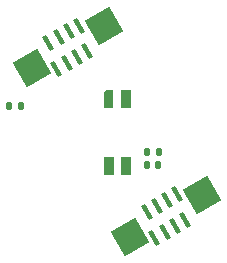
<source format=gbr>
%TF.GenerationSoftware,KiCad,Pcbnew,(6.0.6)*%
%TF.CreationDate,2022-07-10T21:38:46+02:00*%
%TF.ProjectId,GCode_Buttons_B3K-T13L,47436f64-655f-4427-9574-746f6e735f42,rev?*%
%TF.SameCoordinates,Original*%
%TF.FileFunction,Paste,Top*%
%TF.FilePolarity,Positive*%
%FSLAX46Y46*%
G04 Gerber Fmt 4.6, Leading zero omitted, Abs format (unit mm)*
G04 Created by KiCad (PCBNEW (6.0.6)) date 2022-07-10 21:38:46*
%MOMM*%
%LPD*%
G01*
G04 APERTURE LIST*
G04 Aperture macros list*
%AMRoundRect*
0 Rectangle with rounded corners*
0 $1 Rounding radius*
0 $2 $3 $4 $5 $6 $7 $8 $9 X,Y pos of 4 corners*
0 Add a 4 corners polygon primitive as box body*
4,1,4,$2,$3,$4,$5,$6,$7,$8,$9,$2,$3,0*
0 Add four circle primitives for the rounded corners*
1,1,$1+$1,$2,$3*
1,1,$1+$1,$4,$5*
1,1,$1+$1,$6,$7*
1,1,$1+$1,$8,$9*
0 Add four rect primitives between the rounded corners*
20,1,$1+$1,$2,$3,$4,$5,0*
20,1,$1+$1,$4,$5,$6,$7,0*
20,1,$1+$1,$6,$7,$8,$9,0*
20,1,$1+$1,$8,$9,$2,$3,0*%
%AMRotRect*
0 Rectangle, with rotation*
0 The origin of the aperture is its center*
0 $1 length*
0 $2 width*
0 $3 Rotation angle, in degrees counterclockwise*
0 Add horizontal line*
21,1,$1,$2,0,0,$3*%
%AMFreePoly0*
4,1,15,-0.149998,0.780000,0.350000,0.780000,0.353536,0.778536,0.355000,0.775000,0.355000,-0.795000,0.353536,-0.798536,0.350000,-0.800000,-0.450000,-0.800000,-0.453536,-0.798536,-0.455000,-0.795000,-0.455001,0.475000,-0.453536,0.478536,-0.153536,0.778536,-0.150000,0.780001,-0.149998,0.780000,-0.149998,0.780000,$1*%
G04 Aperture macros list end*
%ADD10RoundRect,0.082000X0.328000X0.718000X-0.328000X0.718000X-0.328000X-0.718000X0.328000X-0.718000X0*%
%ADD11FreePoly0,0.000000*%
%ADD12RoundRect,0.082000X-0.328000X-0.718000X0.328000X-0.718000X0.328000X0.718000X-0.328000X0.718000X0*%
%ADD13RoundRect,0.135000X0.135000X0.185000X-0.135000X0.185000X-0.135000X-0.185000X0.135000X-0.185000X0*%
%ADD14RoundRect,0.140000X-0.140000X-0.170000X0.140000X-0.170000X0.140000X0.170000X-0.140000X0.170000X0*%
%ADD15RotRect,0.400000X1.350000X30.000000*%
%ADD16RotRect,2.400000X2.400000X210.000000*%
G04 APERTURE END LIST*
D10*
%TO.C,D1*%
X100750000Y-102850000D03*
X99250000Y-102850000D03*
D11*
X99250000Y-97150000D03*
D12*
X100750000Y-97150000D03*
%TD*%
D13*
%TO.C,R1*%
X91810000Y-97800000D03*
X90790000Y-97800000D03*
%TD*%
%TO.C,R2*%
X103510000Y-101650000D03*
X102490000Y-101650000D03*
%TD*%
D14*
%TO.C,C1*%
X102520000Y-102750000D03*
X103480000Y-102750000D03*
%TD*%
D15*
%TO.C,J1*%
X94834456Y-94627628D03*
X94167468Y-92472372D03*
X95700481Y-94127628D03*
X95033494Y-91972372D03*
X96566506Y-93627628D03*
X95899519Y-91472372D03*
X97432532Y-93127628D03*
X96765544Y-90972372D03*
D16*
X98831089Y-91050000D03*
X92768911Y-94550000D03*
%TD*%
D15*
%TO.C,J2*%
X103134456Y-108927628D03*
X102467468Y-106772372D03*
X104000481Y-108427628D03*
X103333494Y-106272372D03*
X104866506Y-107927628D03*
X104199519Y-105772372D03*
X105732532Y-107427628D03*
X105065544Y-105272372D03*
D16*
X107131089Y-105350000D03*
X101068911Y-108850000D03*
%TD*%
M02*

</source>
